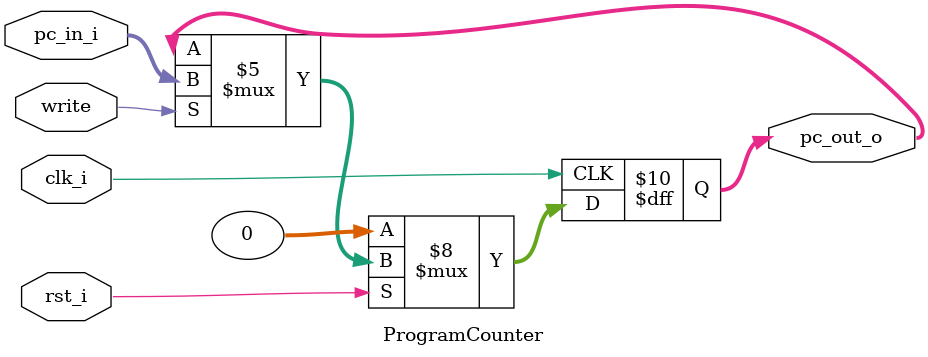
<source format=v>

module ProgramCounter(
    clk_i,
	rst_i,
	pc_in_i,
	pc_out_o,
	write
	);
     
//I/O ports
input           clk_i;
input	        rst_i;
input  [32-1:0] pc_in_i;
input				write;
output [32-1:0] pc_out_o;
 
//Internal Signals
reg    [32-1:0] pc_out_o;
 
//Parameter

    
//Main function
always @(posedge clk_i) begin
    if(~rst_i)
	    pc_out_o <= 0;
	else if(write == 1'b1)
	    pc_out_o <= pc_in_i;
	else
		 pc_out_o <= pc_out_o;
end

endmodule



                    
                    
</source>
